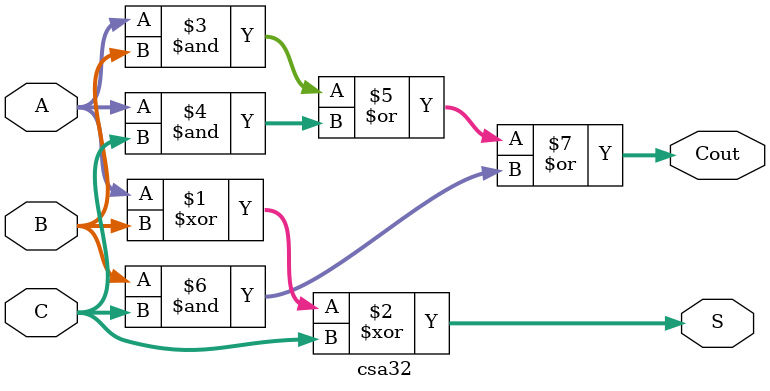
<source format=v>
/*
 Top level Multiple Add unit for Mosiac 2 functional unit

 Author: Nathaniel McVicar
 Date: 5/06/2010
*/

module MADD (CLK, A, B, C, ENAB, ENC, Z);

   input         CLK;
   input [31:0]  A;
   input [31:0]  B;
   input [31:0]  C;
   input         ENAB, ENC;
   output [31:0] Z;

   wire [35:0]   pprow0, pprow14;
   wire [34:0]   pprow1, pprow2, pprow3, pprow4, pprow5, pprow6, pprow7,
                 pprow8, pprow9, pprow10, pprow11, pprow12, pprow13;
   wire [33:0]   pprow15;

   reg [35:0]    pprow0r, pprow14r;
   reg [34:0]    pprow1r, pprow2r, pprow3r, pprow4r, pprow5r, pprow6r, pprow7r,
                 pprow8r, pprow9r, pprow10r, pprow11r, pprow12r, pprow13r;
   reg [33:0]    pprow15r;
   reg [31:0]    rA, rB, rC;

   // Totally behavioral way of doing things, about 2ns too slow
   //assign Z = (A * B) + C;

   // Get partial product rows
   BoothMult bmul (rA, rB, pprow0, pprow1, pprow2, pprow3, pprow4, pprow5,pprow6,
                   pprow7, pprow8, pprow9, pprow10, pprow11, pprow12, pprow13,
                   pprow14, pprow15);

   // Register A, C and all the row computations, to compute output NOT ANYMORE
   // Latch A, B and C with level sensitive enable input
   always @* begin
      if (ENAB == 1'b1) begin
         rA <= A;
         rB <= B;
      end
      if (ENC == 1'b1)
        rC <= C;
   end

   always @* begin
      pprow0r <= pprow0;
      pprow1r <= pprow1;
      pprow2r <= pprow2;
      pprow3r <= pprow3;
      pprow4r <= pprow4;
      pprow5r <= pprow5;
      pprow6r <= pprow6;
      pprow7r <= pprow7;
      pprow8r <= pprow8;
      pprow9r <= pprow9;
      pprow10r <= pprow10;
      pprow11r <= pprow11;
      pprow12r <= pprow12;
      pprow13r <= pprow13;
      pprow14r <= pprow14;
      pprow15r <= pprow15;
   end


   // Add everything up, to produce 32 bit output
   // TODO Replace with compressors and stuff, could be a for loop too
/*   assign Z = rC + pprow0r[31:0] + {pprow1r[29:0], 1'b0, rA[1]} +
              {pprow2r[27:0], 1'b0, rA[3], 2'b0} +
              {pprow3r[25:0], 1'b0, rA[5], 4'b0} +
              {pprow4r[23:0], 1'b0, rA[7], 6'b0} +
              {pprow5r[21:0], 1'b0, rA[9], 8'b0} +
              {pprow6r[19:0], 1'b0, rA[11], 10'b0} +
              {pprow7r[17:0], 1'b0, rA[13], 12'b0} +
              {pprow8r[15:0], 1'b0, rA[15], 14'b0} +
              {pprow9r[13:0], 1'b0, rA[17], 16'b0} +
              {pprow10r[11:0], 1'b0, rA[19], 18'b0} +
              {pprow11r[9:0], 1'b0, rA[21], 20'b0} +
              {pprow12r[7:0], 1'b0, rA[23], 22'b0} +
              {pprow13r[5:0], 1'b0, rA[25], 24'b0} +
              {pprow14r[3:0], 1'b0, rA[27], 26'b0} +
              {pprow15r[1:0], 1'b0, rA[29], 28'b0} +
              {1'b0, rA[31], 30'b0};
 */

   // Carry save tree version
   wire [31:0] sum0, sum1, sum2, sum3, sum4, sum5;
   wire [31:0] cout0, cout1, cout2, cout3, cout4, cout5;

//   csa32 add0 (.A(32'b0/*rC*/), .B({pprow8r[15:0], 1'b0, rA[15], 14'b0}), .C({1'b0, rA[31], 30'b0}), .S(sum0), .Cout(cout0)); // Total bits 50
   assign sum0 = {pprow8r[15:0], 1'b0, rA[15], 14'b0};
   assign cout0 = 32'b0;
   csa32 add1 (.A(pprow0r[31:0]), .B({pprow9r[13:0], 1'b0, rA[17], 16'b0}), .C({pprow15r[1:0], 1'b0, rA[29], 28'b0}), .S(sum1), .Cout(cout1)); // Total bits 51
   csa32 add2 (.A({pprow1r[29:0], 1'b0, rA[1]}), .B({pprow10r[11:0], 1'b0, rA[19], 18'b0}), .C({pprow14r[3:0], 1'b0, rA[27], 26'b0}), .S(sum2), .Cout(cout2)); // Total bits 53
   csa32 add3 (.A({pprow2r[27:0], 1'b0, rA[3], 2'b0}), .B({pprow7r[17:0], 1'b0, rA[13], 12'b0}), .C({pprow13r[5:0], 1'b0, rA[25], 24'b0}), .S(sum3), .Cout(cout3)); // Total bits 55
   csa32 add4 (.A({pprow3r[25:0], 1'b0, rA[5], 4'b0}), .B({pprow6r[19:0], 1'b0, rA[11], 10'b0}), .C({pprow12r[7:0], 1'b0, rA[23], 22'b0}), .S(sum4), .Cout(cout4)); // Total bits 57 
   csa32 add5 (.A({pprow4r[23:0], 1'b0, rA[7], 6'b0}), .B({pprow5r[21:0], 1'b0, rA[9], 8'b0}), .C({pprow11r[9:0], 1'b0, rA[21], 20'b0}), .S(sum5), .Cout(cout5)); // Total bits 59

   // Later stages, sums the 12 outputs from first stage
   wire [31:0] sum6, sum7, sum8, sum9, sum10, sum11, sum12, sum13, sum14, sum15, sum16;
   wire [31:0] cout6, cout7, cout8, cout9, cout10, cout11, cout12, cout13, cout14, cout15, cout16;

   // Stage 2
   csa32 add6 (.A(sum0), .B(sum5), .C({cout2[30:0], 1'b0}), .S(sum6), .Cout(cout6));
   csa32 add7 (.A(sum1), .B(sum4), .C({cout3[30:0], 1'b0}), .S(sum7), .Cout(cout7));
   csa32 add8 (.A(sum2), .B({cout0[30:0], 1'b0}), .C({cout5[30:0], 1'b0}), .S(sum8), .Cout(cout8));
   csa32 add9 (.A(sum3), .B({cout1[30:0], 1'b0}), .C({cout4[30:0], 1'b0}), .S(sum9), .Cout(cout9));

   reg [31:0]  rsum6, rsum7, rsum8, rsum9;
   reg [31:0]  rcout6, rcout7, rcout8, rcout9;
   // Register between stage 2 and stage 3
   always @(posedge CLK) begin
      rsum6 <= sum6;
      rsum7 <= sum7;
      rsum8 <= sum8;
      rsum9 <= sum9;
      rcout6 <= cout6;
      rcout7 <= cout7;
      rcout8 <= cout8;
      rcout9 <= cout9;
   end

   // Stage 3
   csa32 add10 (.A(rsum6), .B(rsum9), .C({rcout7[30:0], 1'b0}), .S(sum10), .Cout(cout10));
   csa32 add11 (.A(rsum7), .B({rcout6[30:0], 1'b0}), .C({rcout9[30:0], 1'b0}), .S(sum11), .Cout(cout11));
   csa32 add12 (.A(rsum8), .B({rcout8[30:0], 1'b0}), .C(rC/*32'b0*/), .S(sum12), .Cout(cout12));

   // Stage 4
   csa32 add13 (.A(sum10), .B(sum12), .C({cout11[30:0], 1'b0}), .S(sum13), .Cout(cout13));
   csa32 add14 (.A(sum11), .B({cout10[30:0], 1'b0}), .C({cout12[30:0], 1'b0}), .S(sum14), .Cout(cout14));

   // Stage 5
   csa32 add15 (.A(sum13), .B(sum14), .C({cout13[30:0], 1'b0}), .S(sum15), .Cout(cout15));

   // Stage 6
   csa32 add16 (.A({cout14[30:0], 1'b0}), .B(sum15), .C({cout15[30:0], 1'b0}), .S(sum16), .Cout(cout16));

   // Final adder
   adder_fast finadd(.A(sum16), .B({cout16[30:0], 1'b0}), .Cin(1'b0), .S(Z));
   
endmodule // MADD

// Generates 2's comp of A, using or -> xor tree
// TODO replace with NOR, INV, NAND version?
module Fast2sComp (A, Z);

   input [31:0]  A;
   output [31:0] Z;

   /*
   wire [31:0]   wOrRes;

   assign wOrRes[0] = 0; // Low bit has nothing to or with
   // Rest of bits just build an or tree, so every bit is ored with all lower
   // TODO If synth tool is dumb, I might have to make a tree here by hand
   assign wOrRes[1] = |A[1:0];
   assign wOrRes[2] = |A[2:0];
   assign wOrRes[3] = |A[3:0];
   assign wOrRes[4] = |A[4:0];
   assign wOrRes[5] = |A[5:0];
   assign wOrRes[6] = |A[6:0];
   assign wOrRes[7] = |A[7:0];
   assign wOrRes[8] = |A[8:0];
   assign wOrRes[9] = |A[9:0];
   assign wOrRes[10] = |A[10:0];
   assign wOrRes[11] = |A[11:0];
   assign wOrRes[12] = |A[12:0];
   assign wOrRes[13] = |A[13:0];
   assign wOrRes[14] = |A[14:0];
   assign wOrRes[15] = |A[15:0];
   assign wOrRes[16] = |A[16:0];
   assign wOrRes[17] = |A[17:0];
   assign wOrRes[18] = |A[18:0];
   assign wOrRes[19] = |A[19:0];
   assign wOrRes[20] = |A[20:0];
   assign wOrRes[21] = |A[21:0];
   assign wOrRes[22] = |A[22:0];
   assign wOrRes[23] = |A[23:0];
   assign wOrRes[24] = |A[24:0];
   assign wOrRes[25] = |A[25:0];
   assign wOrRes[26] = |A[26:0];
   assign wOrRes[27] = |A[27:0];
   assign wOrRes[28] = |A[28:0];
   assign wOrRes[29] = |A[29:0];
   assign wOrRes[30] = |A[30:0];
   assign wOrRes[31] = |A[31:0];
   
   // Final stage, just xor to get result
   assign Z = A ^ wOrRes;
    */
   assign Z = ~A + 1'b1;

endmodule // Fast2sComp

// Modified booth encoder, this isn't really required
module ModBoothEnc (X, one, two, neg);

   input [2:0] X;
   output      one, two, neg;

   assign one = X[0] ^ X[1];
   assign two = ~(one | ~(X[1] ^ X[2]));
   assign neg = X[2];
   
endmodule // ModBoothEnc

// Modified booth encoder, this isn't really required
module ModBoothEncLast (X, posone, negone, postwo, negtwo);

   input [2:0] X;
   output      posone, negone, postwo, negtwo;

   assign posone = ~(~(X[0] ^ X[1]) | X[2]);
   assign negone = ~(~(X[0] ^ X[1]) | ~X[2]);
   assign postwo = ~(~(X[0] & X[1]) | X[2]);
   assign negtwo = ~((X[0] | X[1]) | ~X[2]);

endmodule // ModBoothEncLast

// Partial product generation for norma (not first or last) lines
module PPGenNorm (Y, one, two, neg, pp);

   input [31:0]  Y;
   input         one, two, neg;
   output [34:0] pp;

   wire [32:0]   Yzero;

   genvar        i;

   assign Yzero = {1'b0, Y};

   assign pp[34] = 1'b1;
   assign pp[33] = ~(Y[31] ^ neg) | (~one & ~two & ~neg);
   generate for (i = 1; i <= 32; i = i + 1)
     begin : genpp
        assign pp[i] = ((Yzero[i] & one) | (Yzero[i - 1] & two)) ^ neg;
     end
   endgenerate

   assign pp[0] = (Y[0] & one) ^ neg;

endmodule // PPGenNorm

// First and last are the same as norm, except for the first and last positions
module PPGenFirst (Y, one, two, neg, pp);

   input [31:0]  Y;
   input         one, two, neg;
   output [35:0] pp;

   wire [32:0]   Yzero;

   genvar        i;

   assign Yzero = {1'b0, Y};

   assign pp[35] = ~(Y[31] ^ neg) | (~one & ~two & ~neg);
   assign pp[34] = ~(pp[35]);
   assign pp[33] = ~(pp[35]);
   generate for (i = 1; i <= 32; i = i + 1)
     begin : genpp
        assign pp[i] = ((Yzero[i] & one) | (Yzero[i - 1] & two)) ^ neg;
     end
   endgenerate

   assign pp[0] = (Y[0] & one) ^ neg;

endmodule // PPGenFirst

module PPGenPenult (Y, one, two, neg, pp);
   
   input [31:0]  Y;
   input         one, two, neg;
   output [35:0] pp;

   wire [32:0]   Yzero;

   genvar        i;

   assign Yzero = {1'b0, Y};

   assign pp[35] = 1'b1;
   assign pp[34] = 1'b1;
   assign pp[33] = ~(Y[31] ^ neg) | (~one & ~two & ~neg);
   generate for (i = 1; i <= 32; i = i + 1)
     begin : genpp
        assign pp[i] = ((Yzero[i] & one) | (Yzero[i - 1] & two)) ^ neg;
     end
   endgenerate

   assign pp[0] = (Y[0] & one) ^ neg;

endmodule // PPGenPenult

// Final is the crazy 2's comp one
module PPGenLast (Y, posone, negone, postwo, negtwo, pp);
   
   input [31:0]  Y;
   input         posone, negone, postwo, negtwo;
   output [33:0] pp;

   wire [32:0]   plustwo, plusone, minustwo, minusone;
   wire [31:0]   twoscomp;

   Fast2sComp twoscomper (Y, twoscomp);

   // Mux the possible combinations
   assign plustwo = postwo ? {Y, 1'b0} : 32'b0;
   assign plusone = posone ? {Y[31], Y} : 32'b0;
   assign minustwo = negtwo ? {twoscomp, 1'b0} : 32'b0;
   assign minusone = negone ? {twoscomp[31], twoscomp} : 32'b0;

   assign pp[32:0] = plustwo | plusone | minustwo | minusone;
   assign pp[33] = ~pp[32];

endmodule // PPGenLast

// Combine all partial products into rows (16 total)
module BoothMult (X, Y, pprow0, pprow1, pprow2, pprow3, pprow4, pprow5, pprow6,
                  pprow7, pprow8, pprow9, pprow10, pprow11, pprow12, pprow13,
                  pprow14, pprow15);

   input [31:0]  X, Y;
   output [35:0] pprow0, pprow14;
   output [34:0] pprow1, pprow2, pprow3, pprow4, pprow5, pprow6, pprow7,
                 pprow8, pprow9, pprow10, pprow11, pprow12, pprow13;
   output [33:0] pprow15;

   wire          one0, two0, neg0, one1, two1, neg1, one2, two2, neg2;
   wire          one3, two3, neg3, one4, two4, neg4, one5, two5, neg5;
   wire          one6, two6, neg6, one7, two7, neg7, one8, two8, neg8;
   wire          one9, two9, neg9, one10, two10, neg10, one11, two11, neg11;
   wire          one12, two12, neg12, one13, two13, neg13, one14, two14, neg14;
   wire          posone15, negone15, postwo15, negtwo15;

   // Could replace with generate, but what parts are v-2001???
   ModBoothEnc enc0 ({X[1:0], 1'b0}, one0, two0, neg0);
   ModBoothEnc enc1 (X[3:1], one1, two1, neg1);
   ModBoothEnc enc2 (X[5:3], one2, two2, neg2);
   ModBoothEnc enc3 (X[7:5], one3, two3, neg3);
   ModBoothEnc enc4 (X[9:7], one4, two4, neg4);
   ModBoothEnc enc5 (X[11:9], one5, two5, neg5);
   ModBoothEnc enc6 (X[13:11], one6, two6, neg6);
   ModBoothEnc enc7 (X[15:13], one7, two7, neg7);
   ModBoothEnc enc8 (X[17:15], one8, two8, neg8);
   ModBoothEnc enc9 (X[19:17], one9, two9, neg9);
   ModBoothEnc enc10 (X[21:19], one10, two10, neg10);
   ModBoothEnc enc11 (X[23:21], one11, two11, neg11);
   ModBoothEnc enc12 (X[25:23], one12, two12, neg12);
   ModBoothEnc enc13 (X[27:25], one13, two13, neg13);
   ModBoothEnc enc14 (X[29:27], one14, two14, neg14);
   ModBoothEncLast enc15 (X[31:29], posone15, negone15, postwo15, negtwo15);

   // Generate partial products, again, could use generate, but whatever
   PPGenFirst ppgen0 (Y, one0, two0, neg0, pprow0);
   PPGenNorm ppgen1 (Y, one1, two1, neg1, pprow1);
   PPGenNorm ppgen2 (Y, one2, two2, neg2, pprow2);
   PPGenNorm ppgen3 (Y, one3, two3, neg3, pprow3);
   PPGenNorm ppgen4 (Y, one4, two4, neg4, pprow4);
   PPGenNorm ppgen5 (Y, one5, two5, neg5, pprow5);
   PPGenNorm ppgen6 (Y, one6, two6, neg6, pprow6);
   PPGenNorm ppgen7 (Y, one7, two7, neg7, pprow7);
   PPGenNorm ppgen8 (Y, one8, two8, neg8, pprow8);
   PPGenNorm ppgen9 (Y, one9, two9, neg9, pprow9);
   PPGenNorm ppgen10 (Y, one10, two10, neg10, pprow10);
   PPGenNorm ppgen11 (Y, one11, two11, neg11, pprow11);
   PPGenNorm ppgen12 (Y, one12, two12, neg12, pprow12);
   PPGenNorm ppgen13 (Y, one13, two13, neg13, pprow13);
   PPGenPenult ppgen14 (Y, one14, two14, neg14, pprow14);
   PPGenLast ppgen15 (Y, posone15, negone15, postwo15, negtwo15, pprow15);

endmodule // BoothMult

module adder_fast (A, B, Cin, S);

   input [31:0]  A, B;
   input         Cin;
   output [31:0] S;

   assign S = A + B;
   
endmodule // adder_fast

module csa (A, B, C, S, Cout);

   input  A, B, C;
   output S, Cout;
   
   assign S = A ^ B ^ C;
   assign Cout = (A & B) | (A & C) | (B & C);

endmodule // csa

module csa32 (A, B, C, S, Cout);

   input [31:0]  A, B, C;
   output [31:0] S, Cout;
   
   assign S = A ^ B ^ C;
   assign Cout = (A & B) | (A & C) | (B & C);

endmodule // csa32

</source>
